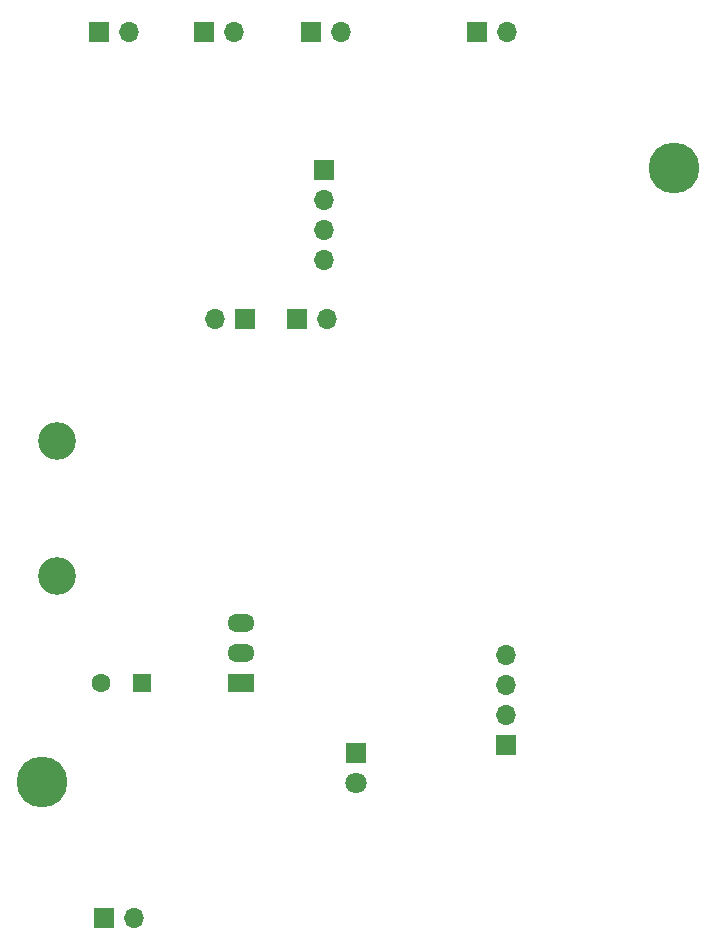
<source format=gbs>
G04 #@! TF.GenerationSoftware,KiCad,Pcbnew,(5.1.10)-1*
G04 #@! TF.CreationDate,2021-11-10T22:46:01+01:00*
G04 #@! TF.ProjectId,RS485-DIN-PCB,52533438-352d-4444-994e-2d5043422e6b,rev?*
G04 #@! TF.SameCoordinates,Original*
G04 #@! TF.FileFunction,Soldermask,Bot*
G04 #@! TF.FilePolarity,Negative*
%FSLAX46Y46*%
G04 Gerber Fmt 4.6, Leading zero omitted, Abs format (unit mm)*
G04 Created by KiCad (PCBNEW (5.1.10)-1) date 2021-11-10 22:46:01*
%MOMM*%
%LPD*%
G01*
G04 APERTURE LIST*
%ADD10R,1.600000X1.600000*%
%ADD11C,1.600000*%
%ADD12O,1.700000X1.700000*%
%ADD13R,1.700000X1.700000*%
%ADD14O,2.300000X1.500000*%
%ADD15R,2.300000X1.500000*%
%ADD16C,3.200000*%
%ADD17C,4.300000*%
%ADD18R,1.800000X1.800000*%
%ADD19C,1.800000*%
G04 APERTURE END LIST*
D10*
G04 #@! TO.C,C24*
X65200000Y-124600000D03*
D11*
X61700000Y-124600000D03*
G04 #@! TD*
D12*
G04 #@! TO.C,J10*
X82040000Y-69500000D03*
D13*
X79500000Y-69500000D03*
G04 #@! TD*
D14*
G04 #@! TO.C,U4*
X73600000Y-119500000D03*
X73600000Y-122040000D03*
D15*
X73600000Y-124580000D03*
G04 #@! TD*
D12*
G04 #@! TO.C,J9*
X64040000Y-69500000D03*
D13*
X61500000Y-69500000D03*
G04 #@! TD*
D16*
G04 #@! TO.C,J8*
X58000000Y-115500000D03*
X58000000Y-104070000D03*
G04 #@! TD*
D12*
G04 #@! TO.C,J7*
X73000000Y-69500000D03*
D13*
X70460000Y-69500000D03*
G04 #@! TD*
D12*
G04 #@! TO.C,J6*
X96040000Y-69500000D03*
D13*
X93500000Y-69500000D03*
G04 #@! TD*
D12*
G04 #@! TO.C,J5*
X80800000Y-93800000D03*
D13*
X78260000Y-93800000D03*
G04 #@! TD*
D12*
G04 #@! TO.C,J4*
X71400000Y-93800000D03*
D13*
X73940000Y-93800000D03*
G04 #@! TD*
D12*
G04 #@! TO.C,J3*
X80554999Y-88794999D03*
X80554999Y-86254999D03*
X80554999Y-83714999D03*
D13*
X80554999Y-81174999D03*
G04 #@! TD*
D12*
G04 #@! TO.C,J2*
X64540000Y-144500000D03*
D13*
X62000000Y-144500000D03*
G04 #@! TD*
D12*
G04 #@! TO.C,J1*
X96000000Y-122200000D03*
X96000000Y-124740000D03*
X96000000Y-127280000D03*
D13*
X96000000Y-129820000D03*
G04 #@! TD*
D17*
G04 #@! TO.C,H2*
X56750000Y-133000000D03*
G04 #@! TD*
G04 #@! TO.C,H1*
X110250000Y-81000000D03*
G04 #@! TD*
D18*
G04 #@! TO.C,D5*
X83300000Y-130500000D03*
D19*
X83300000Y-133040000D03*
G04 #@! TD*
M02*

</source>
